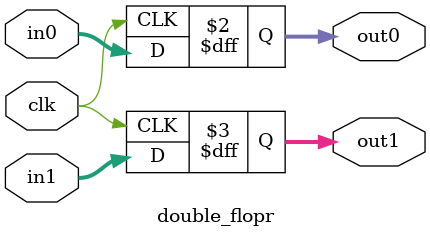
<source format=sv>
module double_flopr #(WIDTH=8)(
    input logic clk,
    input logic [WIDTH-1:0] in0, in1,
    output logic [WIDTH-1:0] out0, out1
);

always_ff @(posedge clk) begin
    out0 <= in0;
    out1 <= in1;
end
endmodule
</source>
